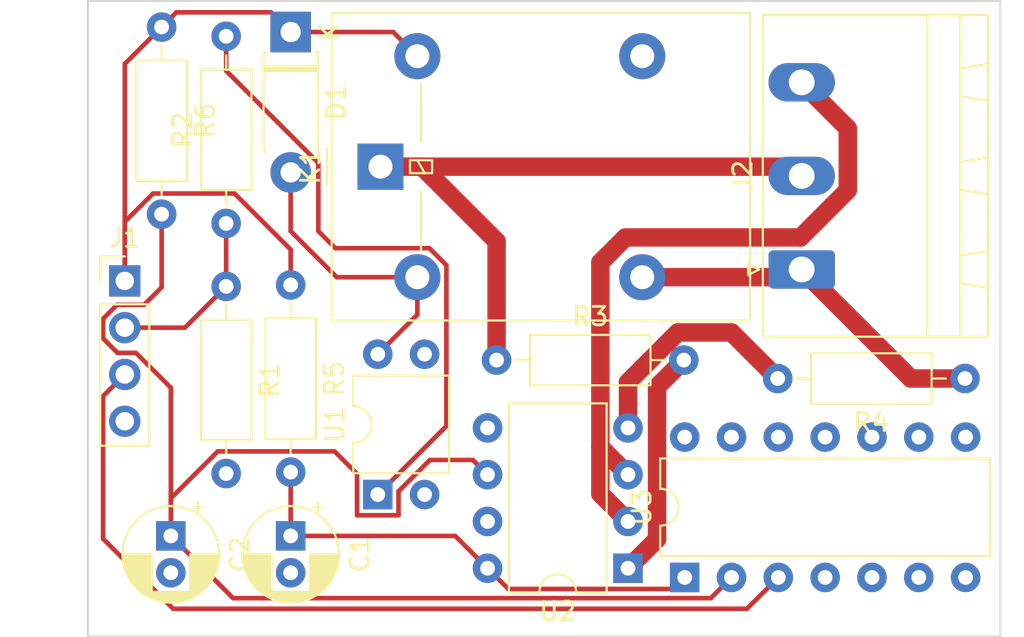
<source format=kicad_pcb>
(kicad_pcb (version 20211014) (generator pcbnew)
  (layers (0 "F.Cu" signal) (31 "B.Cu" signal) (34 "B.Paste" user) (35 "F.Paste" user) (36 "B.SilkS" user "B.Silkscreen") (37 "F.SilkS" user "F.Silkscreen") (38 "B.Mask" user) (39 "F.Mask" user) (44 "Edge.Cuts" user))
  (net 0 "")
  (net 1 "+5V")
  (net 2 "Net-(D1-Pad2)")
  (net 3 "/FOG")
  (net 4 "/READY")
  (net 5 "GND")
  (net 6 "Net-(J2-Pad1)")
  (net 7 "Net-(J2-Pad2)")
  (net 8 "Net-(J2-Pad3)")
  (net 10 "Net-(R2-Pad2)")
  (net 11 "Net-(R3-Pad2)")
  (net 12 "/S1")
  (net 13 "/S2")
  (net 14 "Net-(R4-Pad2)")
  (footprint "Package_DIP:DIP-4_W7.62mm" (layer "F.Cu") (at 114.725 95.3 90)
    (fp_text reference "U1" (at 3.81 -2.33 90) (layer "F.SilkS"))
    (fp_text value "LTV-817")
    (fp_line (start 1.16 3.87) (end 6.46 3.87) (layer "F.SilkS") (width 0.12))
    (fp_line (start 6.46 -1.33) (end 4.81 -1.33) (layer "F.SilkS") (width 0.12))
    (fp_line (start 1.16 -1.33) (end 1.16 3.87) (layer "F.SilkS") (width 0.12))
    (fp_line (start 2.81 -1.33) (end 1.16 -1.33) (layer "F.SilkS") (width 0.12))
    (fp_line (start 6.46 3.87) (end 6.46 -1.33) (layer "F.SilkS") (width 0.12))
    (fp_arc (start 4.81 -1.33) (mid 3.81 -0.33) (end 2.81 -1.33) (layer "F.SilkS") (width 0.12))
    (pad "1" thru_hole rect locked (at 0 0 90) (size 1.6 1.6) (drill 0.8) (layers *.Cu *.Mask) (net 10 "Net-(R2-Pad2)"))
    (pad "2" thru_hole oval locked (at 0 2.54 90) (size 1.6 1.6) (drill 0.8) (layers *.Cu *.Mask) (net 5 "GND"))
    (pad "3" thru_hole oval locked (at 7.62 2.54 90) (size 1.6 1.6) (drill 0.8) (layers *.Cu *.Mask) (net 5 "GND"))
    (pad "4" thru_hole oval locked (at 7.62 0 90) (size 1.6 1.6) (drill 0.8) (layers *.Cu *.Mask) (net 2 "Net-(D1-Pad2)"))
  )
  (footprint "Relay_THT:Relay_SPDT_Omron-G5LE-1" (layer "F.Cu") (at 114.8725 77.5 90)
    (fp_text reference "K1" (at 0 -3.8 90) (layer "F.SilkS"))
    (fp_text value "G5LE-1")
    (fp_line (start -8.35 20.05) (end 8.35 20.05) (layer "F.SilkS") (width 0.12))
    (fp_line (start 8.35 -2.65) (end -8.35 -2.65) (layer "F.SilkS") (width 0.12))
    (fp_line (start -0.35 2.8) (end 0.35 2.8) (layer "F.SilkS") (width 0.12))
    (fp_line (start 0.35 2.8) (end 0.35 1.6) (layer "F.SilkS") (width 0.12))
    (fp_line (start 1.35 2.2) (end 4.5 2.2) (layer "F.SilkS") (width 0.12))
    (fp_line (start -4.5 2.2) (end -1.35 2.2) (layer "F.SilkS") (width 0.12))
    (fp_line (start -0.35 2.4) (end 0.35 2) (layer "F.SilkS") (width 0.12))
    (fp_line (start 0.35 1.6) (end -0.35 1.6) (layer "F.SilkS") (width 0.12))
    (fp_line (start -8.35 -2.65) (end -8.35 20.05) (layer "F.SilkS") (width 0.12))
    (fp_line (start -0.35 1.6) (end -0.35 2.8) (layer "F.SilkS") (width 0.12))
    (fp_line (start -1 -2.91) (end 1 -2.91) (layer "F.SilkS") (width 0.12))
    (fp_line (start 8.35 20.05) (end 8.35 -2.65) (layer "F.SilkS") (width 0.12))
    (pad "1" thru_hole rect locked (at 0 0 90) (size 2.5 2.5) (drill 1.3) (layers *.Cu *.Mask) (net 7 "Net-(J2-Pad2)"))
    (pad "2" thru_hole oval locked (at -6 2 90) (size 2.5 2.5) (drill 1.3) (layers *.Cu *.Mask) (net 2 "Net-(D1-Pad2)"))
    (pad "3" thru_hole oval locked (at -6 14.2 90) (size 2.5 2.5) (drill 1.3) (layers *.Cu *.Mask) (net 6 "Net-(J2-Pad1)"))
    (pad "4" thru_hole oval locked (at 6 14.2 90) (size 2.5 2.5) (drill 1.3) (layers *.Cu *.Mask))
    (pad "5" thru_hole oval locked (at 6 2 90) (size 2.5 2.5) (drill 1.3) (layers *.Cu *.Mask) (net 1 "+5V"))
  )
  (footprint "Connector_Phoenix_MSTB:PhoenixContact_MSTBA_2,5_3-G-5,08_1x03_P5.08mm_Horizontal" (layer "F.Cu") (at 137.7225 83.08 90)
    (fp_text reference "J2" (at 5.08 -3.2 90) (layer "F.SilkS"))
    (fp_text value "Screw_Terminal_01x03")
    (fp_line (start 13.81 6.81) (end 13.81 8.61) (layer "F.SilkS") (width 0.12))
    (fp_line (start 4.33 8.61) (end 4.08 10.11) (layer "F.SilkS") (width 0.12))
    (fp_line (start 0.3 -2.91) (end 0 -2.31) (layer "F.SilkS") (width 0.12))
    (fp_line (start -0.75 8.61) (end -1 10.11) (layer "F.SilkS") (width 0.12))
    (fp_line (start 13.81 10.11) (end 13.81 -2.11) (layer "F.SilkS") (width 0.12))
    (fp_line (start -3.65 10.11) (end 13.81 10.11) (layer "F.SilkS") (width 0.12))
    (fp_line (start 0.75 8.61) (end -0.75 8.61) (layer "F.SilkS") (width 0.12))
    (fp_line (start -3.65 -2.11) (end -3.65 10.11) (layer "F.SilkS") (width 0.12))
    (fp_line (start -1 10.11) (end 1 10.11) (layer "F.SilkS") (width 0.12))
    (fp_line (start 0 -2.31) (end -0.3 -2.91) (layer "F.SilkS") (width 0.12))
    (fp_line (start -3.65 6.81) (end 13.81 6.81) (layer "F.SilkS") (width 0.12))
    (fp_line (start 9.16 10.11) (end 11.16 10.11) (layer "F.SilkS") (width 0.12))
    (fp_line (start 10.91 8.61) (end 9.41 8.61) (layer "F.SilkS") (width 0.12))
    (fp_line (start 6.08 10.11) (end 5.83 8.61) (layer "F.SilkS") (width 0.12))
    (fp_line (start -3.65 8.61) (end -3.65 6.81) (layer "F.SilkS") (width 0.12))
    (fp_line (start 4.08 10.11) (end 6.08 10.11) (layer "F.SilkS") (width 0.12))
    (fp_line (start 1 10.11) (end 0.75 8.61) (layer "F.SilkS") (width 0.12))
    (fp_line (start 13.81 8.61) (end -3.65 8.61) (layer "F.SilkS") (width 0.12))
    (fp_line (start -0.3 -2.91) (end 0.3 -2.91) (layer "F.SilkS") (width 0.12))
    (fp_line (start 9.41 8.61) (end 9.16 10.11) (layer "F.SilkS") (width 0.12))
    (fp_line (start 5.83 8.61) (end 4.33 8.61) (layer "F.SilkS") (width 0.12))
    (fp_line (start 11.16 10.11) (end 10.91 8.61) (layer "F.SilkS") (width 0.12))
    (fp_line (start 13.81 -2.11) (end -3.65 -2.11) (layer "F.SilkS") (width 0.12))
    (pad "1" thru_hole roundrect locked (at 0 0 90) (size 2.08 3.6) (drill 1.4) (layers *.Cu *.Mask) (roundrect_rratio 0.120192) (net 6 "Net-(J2-Pad1)"))
    (pad "2" thru_hole oval locked (at 5.08 0 90) (size 2.08 3.6) (drill 1.4) (layers *.Cu *.Mask) (net 7 "Net-(J2-Pad2)"))
    (pad "3" thru_hole oval locked (at 10.16 0 90) (size 2.08 3.6) (drill 1.4) (layers *.Cu *.Mask) (net 8 "Net-(J2-Pad3)"))
  )
  (footprint "Resistor_THT:R_Axial_DIN0207_L6.3mm_D2.5mm_P10.16mm_Horizontal" (layer "F.Cu") (at 110 83.92 -90)
    (fp_text reference "R5" (at 5.08 -2.37 90) (layer "F.SilkS"))
    (fp_text value "10K")
    (fp_line (start 1.81 -1.37) (end 1.81 1.37) (layer "F.SilkS") (width 0.12))
    (fp_line (start 9.12 0) (end 8.35 0) (layer "F.SilkS") (width 0.12))
    (fp_line (start 1.81 1.37) (end 8.35 1.37) (layer "F.SilkS") (width 0.12))
    (fp_line (start 1.04 0) (end 1.81 0) (layer "F.SilkS") (width 0.12))
    (fp_line (start 8.35 -1.37) (end 1.81 -1.37) (layer "F.SilkS") (width 0.12))
    (fp_line (start 8.35 1.37) (end 8.35 -1.37) (layer "F.SilkS") (width 0.12))
    (pad "1" thru_hole circle locked (at 0 0 270) (size 1.6 1.6) (drill 0.8) (layers *.Cu *.Mask) (net 1 "+5V"))
    (pad "2" thru_hole oval locked (at 10.16 0 270) (size 1.6 1.6) (drill 0.8) (layers *.Cu *.Mask) (net 13 "/S2"))
  )
  (footprint "Package_DIP:DIP-8_W7.62mm" (layer "F.Cu") (at 128.3 99.3 180)
    (fp_text reference "U2" (at 3.81 -2.33) (layer "F.SilkS"))
    (fp_text value "LTV-824")
    (fp_line (start 6.46 8.95) (end 6.46 -1.33) (layer "F.SilkS") (width 0.12))
    (fp_line (start 2.81 -1.33) (end 1.16 -1.33) (layer "F.SilkS") (width 0.12))
    (fp_line (start 1.16 8.95) (end 6.46 8.95) (layer "F.SilkS") (width 0.12))
    (fp_line (start 6.46 -1.33) (end 4.81 -1.33) (layer "F.SilkS") (width 0.12))
    (fp_line (start 1.16 -1.33) (end 1.16 8.95) (layer "F.SilkS") (width 0.12))
    (fp_arc (start 4.81 -1.33) (mid 3.81 -0.33) (end 2.81 -1.33) (layer "F.SilkS") (width 0.12))
    (pad "1" thru_hole rect locked (at 0 0 180) (size 1.6 1.6) (drill 0.8) (layers *.Cu *.Mask) (net 11 "Net-(R3-Pad2)"))
    (pad "2" thru_hole oval locked (at 0 2.54 180) (size 1.6 1.6) (drill 0.8) (layers *.Cu *.Mask) (net 8 "Net-(J2-Pad3)"))
    (pad "3" thru_hole oval locked (at 0 5.08 180) (size 1.6 1.6) (drill 0.8) (layers *.Cu *.Mask) (net 8 "Net-(J2-Pad3)"))
    (pad "4" thru_hole oval locked (at 0 7.62 180) (size 1.6 1.6) (drill 0.8) (layers *.Cu *.Mask) (net 14 "Net-(R4-Pad2)"))
    (pad "5" thru_hole oval locked (at 7.62 7.62 180) (size 1.6 1.6) (drill 0.8) (layers *.Cu *.Mask) (net 5 "GND"))
    (pad "6" thru_hole oval locked (at 7.62 5.08 180) (size 1.6 1.6) (drill 0.8) (layers *.Cu *.Mask) (net 12 "/S1"))
    (pad "7" thru_hole oval locked (at 7.62 2.54 180) (size 1.6 1.6) (drill 0.8) (layers *.Cu *.Mask) (net 5 "GND"))
    (pad "8" thru_hole oval locked (at 7.62 0 180) (size 1.6 1.6) (drill 0.8) (layers *.Cu *.Mask) (net 13 "/S2"))
  )
  (footprint "Resistor_THT:R_Axial_DIN0207_L6.3mm_D2.5mm_P10.16mm_Horizontal" (layer "F.Cu") (at 106.5 80.58 90)
    (fp_text reference "R2" (at 5.08 -2.37 90) (layer "F.SilkS"))
    (fp_text value "200")
    (fp_line (start 1.81 1.37) (end 8.35 1.37) (layer "F.SilkS") (width 0.12))
    (fp_line (start 8.35 1.37) (end 8.35 -1.37) (layer "F.SilkS") (width 0.12))
    (fp_line (start 9.12 0) (end 8.35 0) (layer "F.SilkS") (width 0.12))
    (fp_line (start 1.04 0) (end 1.81 0) (layer "F.SilkS") (width 0.12))
    (fp_line (start 8.35 -1.37) (end 1.81 -1.37) (layer "F.SilkS") (width 0.12))
    (fp_line (start 1.81 -1.37) (end 1.81 1.37) (layer "F.SilkS") (width 0.12))
    (pad "1" thru_hole circle locked (at 0 0 90) (size 1.6 1.6) (drill 0.8) (layers *.Cu *.Mask) (net 3 "/FOG"))
    (pad "2" thru_hole oval locked (at 10.16 0 90) (size 1.6 1.6) (drill 0.8) (layers *.Cu *.Mask) (net 10 "Net-(R2-Pad2)"))
  )
  (footprint "Connector_PinHeader_2.54mm:PinHeader_1x04_P2.54mm_Vertical" (layer "F.Cu") (at 101 83.7)
    (fp_text reference "J1" (at 0 -2.33) (layer "F.SilkS"))
    (fp_text value "Conn_01x04_Male")
    (fp_line (start -1.33 8.95) (end 1.33 8.95) (layer "F.SilkS") (width 0.12))
    (fp_line (start -1.33 0) (end -1.33 -1.33) (layer "F.SilkS") (width 0.12))
    (fp_line (start -1.33 -1.33) (end 0 -1.33) (layer "F.SilkS") (width 0.12))
    (fp_line (start -1.33 1.27) (end -1.33 8.95) (layer "F.SilkS") (width 0.12))
    (fp_line (start 1.33 1.27) (end 1.33 8.95) (layer "F.SilkS") (width 0.12))
    (fp_line (start -1.33 1.27) (end 1.33 1.27) (layer "F.SilkS") (width 0.12))
    (pad "1" thru_hole rect locked (at 0 0) (size 1.7 1.7) (drill 1) (layers *.Cu *.Mask) (net 1 "+5V"))
    (pad "2" thru_hole oval locked (at 0 2.54) (size 1.7 1.7) (drill 1) (layers *.Cu *.Mask) (net 3 "/FOG"))
    (pad "3" thru_hole oval locked (at 0 5.08) (size 1.7 1.7) (drill 1) (layers *.Cu *.Mask) (net 4 "/READY"))
    (pad "4" thru_hole oval locked (at 0 7.62) (size 1.7 1.7) (drill 1) (layers *.Cu *.Mask) (net 5 "GND"))
  )
  (footprint "Package_DIP:DIP-14_W7.62mm" (layer "F.Cu") (at 131.375 99.8 90)
    (fp_text reference "U3" (at 3.81 -2.33 90) (layer "F.SilkS"))
    (fp_text value "74HC86")
    (fp_line (start 6.46 16.57) (end 6.46 -1.33) (layer "F.SilkS") (width 0.12))
    (fp_line (start 2.81 -1.33) (end 1.16 -1.33) (layer "F.SilkS") (width 0.12))
    (fp_line (start 6.46 -1.33) (end 4.81 -1.33) (layer "F.SilkS") (width 0.12))
    (fp_line (start 1.16 -1.33) (end 1.16 16.57) (layer "F.SilkS") (width 0.12))
    (fp_line (start 1.16 16.57) (end 6.46 16.57) (layer "F.SilkS") (width 0.12))
    (fp_arc (start 4.81 -1.33) (mid 3.81 -0.33) (end 2.81 -1.33) (layer "F.SilkS") (width 0.12))
    (pad "1" thru_hole rect locked (at 0 0 90) (size 1.6 1.6) (drill 0.8) (layers *.Cu *.Mask) (net 13 "/S2"))
    (pad "2" thru_hole oval locked (at 0 2.54 90) (size 1.6 1.6) (drill 0.8) (layers *.Cu *.Mask) (net 12 "/S1"))
    (pad "3" thru_hole oval locked (at 0 5.08 90) (size 1.6 1.6) (drill 0.8) (layers *.Cu *.Mask) (net 4 "/READY"))
    (pad "4" thru_hole oval locked (at 0 7.62 90) (size 1.6 1.6) (drill 0.8) (layers *.Cu *.Mask))
    (pad "5" thru_hole oval locked (at 0 10.16 90) (size 1.6 1.6) (drill 0.8) (layers *.Cu *.Mask))
    (pad "6" thru_hole oval locked (at 0 12.7 90) (size 1.6 1.6) (drill 0.8) (layers *.Cu *.Mask))
    (pad "7" thru_hole oval locked (at 0 15.24 90) (size 1.6 1.6) (drill 0.8) (layers *.Cu *.Mask))
    (pad "8" thru_hole oval locked (at 7.62 15.24 90) (size 1.6 1.6) (drill 0.8) (layers *.Cu *.Mask))
    (pad "9" thru_hole oval locked (at 7.62 12.7 90) (size 1.6 1.6) (drill 0.8) (layers *.Cu *.Mask))
    (pad "10" thru_hole oval locked (at 7.62 10.16 90) (size 1.6 1.6) (drill 0.8) (layers *.Cu *.Mask))
    (pad "11" thru_hole oval locked (at 7.62 7.62 90) (size 1.6 1.6) (drill 0.8) (layers *.Cu *.Mask))
    (pad "12" thru_hole oval locked (at 7.62 5.08 90) (size 1.6 1.6) (drill 0.8) (layers *.Cu *.Mask))
    (pad "13" thru_hole oval locked (at 7.62 2.54 90) (size 1.6 1.6) (drill 0.8) (layers *.Cu *.Mask))
    (pad "14" thru_hole oval locked (at 7.62 0 90) (size 1.6 1.6) (drill 0.8) (layers *.Cu *.Mask))
  )
  (footprint "Diode_THT:D_DO-41_SOD81_P7.62mm_Horizontal" (layer "F.Cu") (at 110 70.19 -90)
    (fp_text reference "D1" (at 3.81 -2.47 90) (layer "F.SilkS"))
    (fp_text value "1N4001")
    (fp_text user "K" (at 0 -2.1 90) (layer "F.SilkS"))
    (fp_line (start 2.11 -1.47) (end 2.11 1.47) (layer "F.SilkS") (width 0.12))
    (fp_line (start 1.87 -1.47) (end 1.87 1.47) (layer "F.SilkS") (width 0.12))
    (fp_line (start 6.53 -1.47) (end 6.53 -1.34) (layer "F.SilkS") (width 0.12))
    (fp_line (start 6.53 1.47) (end 6.53 1.34) (layer "F.SilkS") (width 0.12))
    (fp_line (start 1.09 1.47) (end 6.53 1.47) (layer "F.SilkS") (width 0.12))
    (fp_line (start 1.09 -1.34) (end 1.09 -1.47) (layer "F.SilkS") (width 0.12))
    (fp_line (start 1.09 -1.47) (end 6.53 -1.47) (layer "F.SilkS") (width 0.12))
    (fp_line (start 1.09 1.34) (end 1.09 1.47) (layer "F.SilkS") (width 0.12))
    (fp_line (start 1.99 -1.47) (end 1.99 1.47) (layer "F.SilkS") (width 0.12))
    (pad "1" thru_hole rect locked (at 0 0 270) (size 2.2 2.2) (drill 1.1) (layers *.Cu *.Mask) (net 1 "+5V"))
    (pad "2" thru_hole oval locked (at 7.62 0 270) (size 2.2 2.2) (drill 1.1) (layers *.Cu *.Mask) (net 2 "Net-(D1-Pad2)"))
  )
  (footprint "Resistor_THT:R_Axial_DIN0207_L6.3mm_D2.5mm_P10.16mm_Horizontal" (layer "F.Cu") (at 103 69.92 -90)
    (fp_text reference "R6" (at 5.08 -2.37 90) (layer "F.SilkS"))
    (fp_text value "10K")
    (fp_line (start 8.35 -1.37) (end 1.81 -1.37) (layer "F.SilkS") (width 0.12))
    (fp_line (start 8.35 1.37) (end 8.35 -1.37) (layer "F.SilkS") (width 0.12))
    (fp_line (start 9.12 0) (end 8.35 0) (layer "F.SilkS") (width 0.12))
    (fp_line (start 1.81 -1.37) (end 1.81 1.37) (layer "F.SilkS") (width 0.12))
    (fp_line (start 1.04 0) (end 1.81 0) (layer "F.SilkS") (width 0.12))
    (fp_line (start 1.81 1.37) (end 8.35 1.37) (layer "F.SilkS") (width 0.12))
    (pad "1" thru_hole circle locked (at 0 0 270) (size 1.6 1.6) (drill 0.8) (layers *.Cu *.Mask) (net 1 "+5V"))
    (pad "2" thru_hole oval locked (at 10.16 0 270) (size 1.6 1.6) (drill 0.8) (layers *.Cu *.Mask) (net 12 "/S1"))
  )
  (footprint "Capacitor_THT:CP_Radial_D5.0mm_P2.00mm" (layer "F.Cu") (at 103.5 97.544888 -90)
    (fp_text reference "C2" (at 1 -3.75 90) (layer "F.SilkS"))
    (fp_text value "1uF")
    (fp_line (start 1.24 1.04) (end 1.24 2.569) (layer "F.SilkS") (width 0.12))
    (fp_line (start 3.601 -0.284) (end 3.601 0.284) (layer "F.SilkS") (width 0.12))
    (fp_line (start 1.801 1.04) (end 1.801 2.455) (layer "F.SilkS") (width 0.12))
    (fp_line (start 2.481 1.04) (end 2.481 2.122) (layer "F.SilkS") (width 0.12))
    (fp_line (start 2.961 1.04) (end 2.961 1.699) (layer "F.SilkS") (width 0.12))
    (fp_line (start 2.561 1.04) (end 2.561 2.065) (layer "F.SilkS") (width 0.12))
    (fp_line (start 3.361 -1.098) (end 3.361 1.098) (layer "F.SilkS") (width 0.12))
    (fp_line (start 2.281 -2.247) (end 2.281 -1.04) (layer "F.SilkS") (width 0.12))
    (fp_line (start 2.281 1.04) (end 2.281 2.247) (layer "F.SilkS") (width 0.12))
    (fp_line (start -1.804775 -1.475) (end -1.304775 -1.475) (layer "F.SilkS") (width 0.12))
    (fp_line (start 1.841 1.04) (end 1.841 2.442) (layer "F.SilkS") (width 0.12))
    (fp_line (start 2.521 -2.095) (end 2.521 -1.04) (layer "F.SilkS") (width 0.12))
    (fp_line (start 2.761 -1.901) (end 2.761 -1.04) (layer "F.SilkS") (width 0.12))
    (fp_line (start 2.521 1.04) (end 2.521 2.095) (layer "F.SilkS") (width 0.12))
    (fp_line (start 1.52 -2.528) (end 1.52 -1.04) (layer "F.SilkS") (width 0.12))
    (fp_line (start 1.12 -2.578) (end 1.12 -1.04) (layer "F.SilkS") (width 0.12))
    (fp_line (start 3.161 -1.443) (end 3.161 1.443) (layer "F.SilkS") (width 0.12))
    (fp_line (start 1.6 1.04) (end 1.6 2.511) (layer "F.SilkS") (width 0.12))
    (fp_line (start 1.6 -2.511) (end 1.6 -1.04) (layer "F.SilkS") (width 0.12))
    (fp_line (start 1.44 1.04) (end 1.44 2.543) (layer "F.SilkS") (width 0.12))
    (fp_line (start 2.681 -1.971) (end 2.681 -1.04) (layer "F.SilkS") (width 0.12))
    (fp_line (start 3.241 -1.319) (end 3.241 1.319) (layer "F.SilkS") (width 0.12))
    (fp_line (start 3.041 -1.605) (end 3.041 1.605) (layer "F.SilkS") (width 0.12))
    (fp_line (start 3.201 -1.383) (end 3.201 1.383) (layer "F.SilkS") (width 0.12))
    (fp_line (start 2.161 -2.31) (end 2.161 -1.04) (layer "F.SilkS") (width 0.12))
    (fp_line (start 3.081 -1.554) (end 3.081 1.554) (layer "F.SilkS") (width 0.12))
    (fp_line (start 3.001 -1.653) (end 3.001 -1.04) (layer "F.SilkS") (width 0.12))
    (fp_line (start 2.201 -2.29) (end 2.201 -1.04) (layer "F.SilkS") (width 0.12))
    (fp_line (start 1.761 1.04) (end 1.761 2.468) (layer "F.SilkS") (width 0.12))
    (fp_line (start 1.56 1.04) (end 1.56 2.52) (layer "F.SilkS") (width 0.12))
    (fp_line (start 1.52 1.04) (end 1.52 2.528) (layer "F.SilkS") (width 0.12))
    (fp_line (start 1.16 1.04) (end 1.16 2.576) (layer "F.SilkS") (width 0.12))
    (fp_line (start 1.36 -2.556) (end 1.36 -1.04) (layer "F.SilkS") (width 0.12))
    (fp_line (start 2.401 -2.175) (end 2.401 -1.04) (layer "F.SilkS") (width 0.12))
    (fp_line (start 1.4 -2.55) (end 1.4 -1.04) (layer "F.SilkS") (width 0.12))
    (fp_line (start 1.761 -2.468) (end 1.761 -1.04) (layer "F.SilkS") (width 0.12))
    (fp_line (start 2.001 -2.382) (end 2.001 -1.04) (layer "F.SilkS") (width 0.12))
    (fp_line (start 3.401 -1.011) (end 3.401 1.011) (layer "F.SilkS") (width 0.12))
    (fp_line (start 1.921 -2.414) (end 1.921 -1.04) (layer "F.SilkS") (width 0.12))
    (fp_line (start 2.641 -2.004) (end 2.641 -1.04) (layer "F.SilkS") (width 0.12))
    (fp_line (start 1.08 1.04) (end 1.08 2.579) (layer "F.SilkS") (width 0.12))
    (fp_line (start 1.04 -2.58) (end 1.04 -1.04) (layer "F.SilkS") (width 0.12))
    (fp_line (start 2.841 1.04) (end 2.841 1.826) (layer "F.SilkS") (width 0.12))
    (fp_line (start 1.16 -2.576) (end 1.16 -1.04) (layer "F.SilkS") (width 0.12))
    (fp_line (start 1.24 -2.569) (end 1.24 -1.04) (layer "F.SilkS") (width 0.12))
    (fp_line (start 2.241 -2.268) (end 2.241 -1.04) (layer "F.SilkS") (width 0.12))
    (fp_line (start 1.64 1.04) (end 1.64 2.501) (layer "F.SilkS") (width 0.12))
    (fp_line (start 1.44 -2.543) (end 1.44 -1.04) (layer "F.SilkS") (width 0.12))
    (fp_line (start 1.28 1.04) (end 1.28 2.565) (layer "F.SilkS") (width 0.12))
    (fp_line (start 2.601 1.04) (end 2.601 2.035) (layer "F.SilkS") (width 0.12))
    (fp_line (start 1.28 -2.565) (end 1.28 -1.04) (layer "F.SilkS") (width 0.12))
    (fp_line (start 2.961 -1.699) (end 2.961 -1.04) (layer "F.SilkS") (width 0.12))
    (fp_line (start 2.081 1.04) (end 2.081 2.348) (layer "F.SilkS") (width 0.12))
    (fp_line (start 1.56 -2.52) (end 1.56 -1.04) (layer "F.SilkS") (width 0.12))
    (fp_line (start 2.921 1.04) (end 2.921 1.743) (layer "F.SilkS") (width 0.12))
    (fp_line (start 1.881 1.04) (end 1.881 2.428) (layer "F.SilkS") (width 0.12))
    (fp_line (start 2.801 -1.864) (end 2.801 -1.04) (layer "F.SilkS") (width 0.12))
    (fp_line (start 3.121 -1.5) (end 3.121 1.5) (layer "F.SilkS") (width 0.12))
    (fp_line (start 2.641 1.04) (end 2.641 2.004) (layer "F.SilkS") (width 0.12))
    (fp_line (start 1.721 -2.48) (end 1.721 -1.04) (layer "F.SilkS") (width 0.12))
    (fp_line (start 1.801 -2.455) (end 1.801 -1.04) (layer "F.SilkS") (width 0.12))
    (fp_line (start 1.2 -2.573) (end 1.2 -1.04) (layer "F.SilkS") (width 0.12))
    (fp_line (start 3.441 -0.915) (end 3.441 0.915) (layer "F.SilkS") (width 0.12))
    (fp_line (start 2.481 -2.122) (end 2.481 -1.04) (layer "F.SilkS") (width 0.12))
    (fp_line (start 2.721 1.04) (end 2.721 1.937) (layer "F.SilkS") (width 0.12))
    (fp_line (start 3.001 1.04) (end 3.001 1.653) (layer "F.SilkS") (width 0.12))
    (fp_line (start 2.801 1.04) (end 2.801 1.864) (layer "F.SilkS") (width 0.12))
    (fp_line (start 1.08 -2.579) (end 1.08 -1.04) (layer "F.SilkS") (width 0.12))
    (fp_line (start 3.481 -0.805) (end 3.481 0.805) (layer "F.SilkS") (width 0.12))
    (fp_line (start 1.68 -2.491) (end 1.68 -1.04) (layer "F.SilkS") (width 0.12))
    (fp_line (start 1 1.04) (end 1 2.58) (layer "F.SilkS") (width 0.12))
    (fp_line (start 2.041 -2.365) (end 2.041 -1.04) (layer "F.SilkS") (width 0.12))
    (fp_line (start 2.161 1.04) (end 2.161 2.31) (layer "F.SilkS") (width 0.12))
    (fp_line (start 2.681 1.04) (end 2.681 1.971) (layer "F.SilkS") (width 0.12))
    (fp_line (start 2.321 -2.224) (end 2.321 -1.04) (layer "F.SilkS") (width 0.12))
    (fp_line (start 3.321 -1.178) (end 3.321 1.178) (layer "F.SilkS") (width 0.12))
    (fp_line (start 2.441 1.04) (end 2.441 2.149) (layer "F.SilkS") (width 0.12))
    (fp_line (start 2.921 -1.743) (end 2.921 -1.04) (layer "F.SilkS") (width 0.12))
    (fp_line (start 1.881 -2.428) (end 1.881 -1.04) (layer "F.SilkS") (width 0.12))
    (fp_line (start 1.32 1.04) (end 1.32 2.561) (layer "F.SilkS") (width 0.12))
    (fp_line (start 2.201 1.04) (end 2.201 2.29) (layer "F.SilkS") (width 0.12))
    (fp_line (start 1.721 1.04) (end 1.721 2.48) (layer "F.SilkS") (width 0.12))
    (fp_line (start 3.521 -0.677) (end 3.521 0.677) (layer "F.SilkS") (width 0.12))
    (fp_line (start 1.12 1.04) (end 1.12 2.578) (layer "F.SilkS") (width 0.12))
    (fp_line (start 1.04 1.04) (end 1.04 2.58) (layer "F.SilkS") (width 0.12))
    (fp_line (start 1.32 -2.561) (end 1.32 -1.04) (layer "F.SilkS") (width 0.12))
    (fp_line (start 2.841 -1.826) (end 2.841 -1.04) (layer "F.SilkS") (width 0.12))
    (fp_line (start 2.401 1.04) (end 2.401 2.175) (layer "F.SilkS") (width 0.12))
    (fp_line (start 2.721 -1.937) (end 2.721 -1.04) (layer "F.SilkS") (width 0.12))
    (fp_line (start 2.121 -2.329) (end 2.121 -1.04) (layer "F.SilkS") (width 0.12))
    (fp_line (start 3.281 -1.251) (end 3.281 1.251) (layer "F.SilkS") (width 0.12))
    (fp_line (start 2.361 1.04) (end 2.361 2.2) (layer "F.SilkS") (width 0.12))
    (fp_line (start 1.64 -2.501) (end 1.64 -1.04) (layer "F.SilkS") (width 0.12))
    (fp_line (start 2.441 -2.149) (end 2.441 -1.04) (layer "F.SilkS") (width 0.12))
    (fp_line (start -1.554775 -1.725) (end -1.554775 -1.225) (layer "F.SilkS") (width 0.12))
    (fp_line (start 1.2 1.04) (end 1.2 2.573) (layer "F.SilkS") (width 0.12))
    (fp_line (start 1.4 1.04) (end 1.4 2.55) (layer "F.SilkS") (width 0.12))
    (fp_line (start 1.36 1.04) (end 1.36 2.556) (layer "F.SilkS") (width 0.12))
    (fp_line (start 2.121 1.04) (end 2.121 2.329) (layer "F.SilkS") (width 0.12))
    (fp_line (start 2.321 1.04) (end 2.321 2.224) (layer "F.SilkS") (width 0.12))
    (fp_line (start 2.881 -1.785) (end 2.881 -1.04) (layer "F.SilkS") (width 0.12))
    (fp_line (start 2.601 -2.035) (end 2.601 -1.04) (layer "F.SilkS") (width 0.12))
    (fp_line (start 2.561 -2.065) (end 2.561 -1.04) (layer "F.SilkS") (width 0.12))
    (fp_line (start 2.881 1.04) (end 2.881 1.785) (layer "F.SilkS") (width 0.12))
    (fp_line (start 2.081 -2.348) (end 2.081 -1.04) (layer "F.SilkS") (width 0.12))
    (fp_line (start 2.241 1.04) (end 2.241 2.268) (layer "F.SilkS") (width 0.12))
    (fp_line (start 1.961 1.04) (end 1.961 2.398) (layer "F.SilkS") (width 0.12))
    (fp_line (start 1.921 1.04) (end 1.921 2.414) (layer "F.SilkS") (width 0.12))
    (fp_line (start 1 -2.58) (end 1 -1.04) (layer "F.SilkS") (width 0.12))
    (fp_line (start 1.841 -2.442) (end 1.841 -1.04) (layer "F.SilkS") (width 0.12))
    (fp_line (start 1.961 -2.398) (end 1.961 -1.04) (layer "F.SilkS") (width 0.12))
    (fp_line (start 1.48 1.04) (end 1.48 2.536) (layer "F.SilkS") (width 0.12))
    (fp_line (start 2.361 -2.2) (end 2.361 -1.04) (layer "F.SilkS") (width 0.12))
    (fp_line (start 1.68 1.04) (end 1.68 2.491) (layer "F.SilkS") (width 0.12))
    (fp_line (start 2.001 1.04) (end 2.001 2.382) (layer "F.SilkS") (width 0.12))
    (fp_line (start 3.561 -0.518) (end 3.561 0.518) (layer "F.SilkS") (width 0.12))
    (fp_line (start 1.48 -2.536) (end 1.48 -1.04) (layer "F.SilkS") (width 0.12))
    (fp_line (start 2.041 1.04) (end 2.041 2.365) (layer "F.SilkS") (width 0.12))
    (fp_line (start 2.761 1.04) (end 2.761 1.901) (layer "F.SilkS") (width 0.12))
    (fp_circle (center 1 0) (end 3.62 0) (layer "F.SilkS") (width 0.12) (fill none))
    (pad "1" thru_hole rect locked (at 0 0 270) (size 1.6 1.6) (drill 0.8) (layers *.Cu *.Mask) (net 12 "/S1"))
    (pad "2" thru_hole circle locked (at 2 0 270) (size 1.6 1.6) (drill 0.8) (layers *.Cu *.Mask) (net 5 "GND"))
  )
  (footprint "Resistor_THT:R_Axial_DIN0207_L6.3mm_D2.5mm_P10.16mm_Horizontal" (layer "F.Cu") (at 121.17 88)
    (fp_text reference "R3" (at 5.08 -2.37) (layer "F.SilkS"))
    (fp_text value "6K2")
    (fp_line (start 1.81 -1.37) (end 1.81 1.37) (layer "F.SilkS") (width 0.12))
    (fp_line (start 1.04 0) (end 1.81 0) (layer "F.SilkS") (width 0.12))
    (fp_line (start 8.35 -1.37) (end 1.81 -1.37) (layer "F.SilkS") (width 0.12))
    (fp_line (start 8.35 1.37) (end 8.35 -1.37) (layer "F.SilkS") (width 0.12))
    (fp_line (start 1.81 1.37) (end 8.35 1.37) (layer "F.SilkS") (width 0.12))
    (fp_line (start 9.12 0) (end 8.35 0) (layer "F.SilkS") (width 0.12))
    (pad "1" thru_hole circle locked (at 0 0) (size 1.6 1.6) (drill 0.8) (layers *.Cu *.Mask) (net 7 "Net-(J2-Pad2)"))
    (pad "2" thru_hole oval locked (at 10.16 0) (size 1.6 1.6) (drill 0.8) (layers *.Cu *.Mask) (net 11 "Net-(R3-Pad2)"))
  )
  (footprint "Resistor_THT:R_Axial_DIN0207_L6.3mm_D2.5mm_P10.16mm_Horizontal" (layer "F.Cu") (at 146.58 89 180)
    (fp_text reference "R4" (at 5.08 -2.37 180) (layer "F.SilkS"))
    (fp_text value "6K2")
    (fp_line (start 1.04 0) (end 1.81 0) (layer "F.SilkS") (width 0.12))
    (fp_line (start 1.81 1.37) (end 8.35 1.37) (layer "F.SilkS") (width 0.12))
    (fp_line (start 8.35 -1.37) (end 1.81 -1.37) (layer "F.SilkS") (width 0.12))
    (fp_line (start 8.35 1.37) (end 8.35 -1.37) (layer "F.SilkS") (width 0.12))
    (fp_line (start 9.12 0) (end 8.35 0) (layer "F.SilkS") (width 0.12))
    (fp_line (start 1.81 -1.37) (end 1.81 1.37) (layer "F.SilkS") (width 0.12))
    (pad "1" thru_hole circle locked (at 0 0 180) (size 1.6 1.6) (drill 0.8) (layers *.Cu *.Mask) (net 6 "Net-(J2-Pad1)"))
    (pad "2" thru_hole oval locked (at 10.16 0 180) (size 1.6 1.6) (drill 0.8) (layers *.Cu *.Mask) (net 14 "Net-(R4-Pad2)"))
  )
  (footprint "Capacitor_THT:CP_Radial_D5.0mm_P2.00mm" (layer "F.Cu") (at 110 97.544888 -90)
    (fp_text reference "C1" (at 1 -3.75 90) (layer "F.SilkS"))
    (fp_text value "1uF")
    (fp_line (start 2.401 -2.175) (end 2.401 -1.04) (layer "F.SilkS") (width 0.12))
    (fp_line (start 1.44 -2.543) (end 1.44 -1.04) (layer "F.SilkS") (width 0.12))
    (fp_line (start 1.28 1.04) (end 1.28 2.565) (layer "F.SilkS") (width 0.12))
    (fp_line (start 2.201 -2.29) (end 2.201 -1.04) (layer "F.SilkS") (width 0.12))
    (fp_line (start 2.841 1.04) (end 2.841 1.826) (layer "F.SilkS") (width 0.12))
    (fp_line (start 3.281 -1.251) (end 3.281 1.251) (layer "F.SilkS") (width 0.12))
    (fp_line (start 3.201 -1.383) (end 3.201 1.383) (layer "F.SilkS") (width 0.12))
    (fp_line (start 2.521 1.04) (end 2.521 2.095) (layer "F.SilkS") (width 0.12))
    (fp_line (start 1.761 1.04) (end 1.761 2.468) (layer "F.SilkS") (width 0.12))
    (fp_line (start 2.321 -2.224) (end 2.321 -1.04) (layer "F.SilkS") (width 0.12))
    (fp_line (start -1.804775 -1.475) (end -1.304775 -1.475) (layer "F.SilkS") (width 0.12))
    (fp_line (start 2.801 -1.864) (end 2.801 -1.04) (layer "F.SilkS") (width 0.12))
    (fp_line (start 1.841 1.04) (end 1.841 2.442) (layer "F.SilkS") (width 0.12))
    (fp_line (start 3.401 -1.011) (end 3.401 1.011) (layer "F.SilkS") (width 0.12))
    (fp_line (start 3.481 -0.805) (end 3.481 0.805) (layer "F.SilkS") (width 0.12))
    (fp_line (start 2.641 1.04) (end 2.641 2.004) (layer "F.SilkS") (width 0.12))
    (fp_line (start 2.161 -2.31) (end 2.161 -1.04) (layer "F.SilkS") (width 0.12))
    (fp_line (start 2.881 -1.785) (end 2.881 -1.04) (layer "F.SilkS") (width 0.12))
    (fp_line (start 2.961 -1.699) (end 2.961 -1.04) (layer "F.SilkS") (width 0.12))
    (fp_line (start 3.521 -0.677) (end 3.521 0.677) (layer "F.SilkS") (width 0.12))
    (fp_line (start 1.921 -2.414) (end 1.921 -1.04) (layer "F.SilkS") (width 0.12))
    (fp_line (start 2.321 1.04) (end 2.321 2.224) (layer "F.SilkS") (width 0.12))
    (fp_line (start 2.961 1.04) (end 2.961 1.699) (layer "F.SilkS") (width 0.12))
    (fp_line (start 2.401 1.04) (end 2.401 2.175) (layer "F.SilkS") (width 0.12))
    (fp_line (start 3.081 -1.554) (end 3.081 1.554) (layer "F.SilkS") (width 0.12))
    (fp_line (start 1.12 -2.578) (end 1.12 -1.04) (layer "F.SilkS") (width 0.12))
    (fp_line (start 1.4 -2.55) (end 1.4 -1.04) (layer "F.SilkS") (width 0.12))
    (fp_line (start 2.641 -2.004) (end 2.641 -1.04) (layer "F.SilkS") (width 0.12))
    (fp_line (start 1.52 1.04) (end 1.52 2.528) (layer "F.SilkS") (width 0.12))
    (fp_line (start 1.2 -2.573) (end 1.2 -1.04) (layer "F.SilkS") (width 0.12))
    (fp_line (start 3.161 -1.443) (end 3.161 1.443) (layer "F.SilkS") (width 0.12))
    (fp_line (start 1.961 -2.398) (end 1.961 -1.04) (layer "F.SilkS") (width 0.12))
    (fp_line (start 2.681 -1.971) (end 2.681 -1.04) (layer "F.SilkS") (width 0.12))
    (fp_line (start 1.56 -2.52) (end 1.56 -1.04) (layer "F.SilkS") (width 0.12))
    (fp_line (start 2.681 1.04) (end 2.681 1.971) (layer "F.SilkS") (width 0.12))
    (fp_line (start 1.04 1.04) (end 1.04 2.58) (layer "F.SilkS") (width 0.12))
    (fp_line (start 2.761 -1.901) (end 2.761 -1.04) (layer "F.SilkS") (width 0.12))
    (fp_line (start 1.881 1.04) (end 1.881 2.428) (layer "F.SilkS") (width 0.12))
    (fp_line (start 1.44 1.04) (end 1.44 2.543) (layer "F.SilkS") (width 0.12))
    (fp_line (start 2.281 1.04) (end 2.281 2.247) (layer "F.SilkS") (width 0.12))
    (fp_line (start 2.241 1.04) (end 2.241 2.268) (layer "F.SilkS") (width 0.12))
    (fp_line (start 2.041 -2.365) (end 2.041 -1.04) (layer "F.SilkS") (width 0.12))
    (fp_line (start 1.16 -2.576) (end 1.16 -1.04) (layer "F.SilkS") (width 0.12))
    (fp_line (start 1.04 -2.58) (end 1.04 -1.04) (layer "F.SilkS") (width 0.12))
    (fp_line (start 2.241 -2.268) (end 2.241 -1.04) (layer "F.SilkS") (width 0.12))
    (fp_line (start 3.041 -1.605) (end 3.041 1.605) (layer "F.SilkS") (width 0.12))
    (fp_line (start 2.921 -1.743) (end 2.921 -1.04) (layer "F.SilkS") (width 0.12))
    (fp_line (start 3.321 -1.178) (end 3.321 1.178) (layer "F.SilkS") (width 0.12))
    (fp_line (start 1.32 1.04) (end 1.32 2.561) (layer "F.SilkS") (width 0.12))
    (fp_line (start 2.361 1.04) (end 2.361 2.2) (layer "F.SilkS") (width 0.12))
    (fp_line (start 2.441 -2.149) (end 2.441 -1.04) (layer "F.SilkS") (width 0.12))
    (fp_line (start 1.881 -2.428) (end 1.881 -1.04) (layer "F.SilkS") (width 0.12))
    (fp_line (start 2.361 -2.2) (end 2.361 -1.04) (layer "F.SilkS") (width 0.12))
    (fp_line (start 1 -2.58) (end 1 -1.04) (layer "F.SilkS") (width 0.12))
    (fp_line (start 1.08 1.04) (end 1.08 2.579) (layer "F.SilkS") (width 0.12))
    (fp_line (start 1.64 1.04) (end 1.64 2.501) (layer "F.SilkS") (width 0.12))
    (fp_line (start 2.281 -2.247) (end 2.281 -1.04) (layer "F.SilkS") (width 0.12))
    (fp_line (start 1.921 1.04) (end 1.921 2.414) (layer "F.SilkS") (width 0.12))
    (fp_line (start 1.48 -2.536) (end 1.48 -1.04) (layer "F.SilkS") (width 0.12))
    (fp_line (start 1.801 -2.455) (end 1.801 -1.04) (layer "F.SilkS") (width 0.12))
    (fp_line (start 1.2 1.04) (end 1.2 2.573) (layer "F.SilkS") (width 0.12))
    (fp_line (start 3.561 -0.518) (end 3.561 0.518) (layer "F.SilkS") (width 0.12))
    (fp_line (start 3.121 -1.5) (end 3.121 1.5) (layer "F.SilkS") (width 0.12))
    (fp_line (start 1.16 1.04) (end 1.16 2.576) (layer "F.SilkS") (width 0.12))
    (fp_line (start 2.761 1.04) (end 2.761 1.901) (layer "F.SilkS") (width 0.12))
    (fp_line (start 2.081 1.04) (end 2.081 2.348) (layer "F.SilkS") (width 0.12))
    (fp_line (start 2.881 1.04) (end 2.881 1.785) (layer "F.SilkS") (width 0.12))
    (fp_line (start 1.68 -2.491) (end 1.68 -1.04) (layer "F.SilkS") (width 0.12))
    (fp_line (start 1.4 1.04) (end 1.4 2.55) (layer "F.SilkS") (width 0.12))
    (fp_line (start 2.201 1.04) (end 2.201 2.29) (layer "F.SilkS") (width 0.12))
    (fp_line (start 1.24 -2.569) (end 1.24 -1.04) (layer "F.SilkS") (width 0.12))
    (fp_line (start 2.481 1.04) (end 2.481 2.122) (layer "F.SilkS") (width 0.12))
    (fp_line (start 3.001 1.04) (end 3.001 1.653) (layer "F.SilkS") (width 0.12))
    (fp_line (start 1.68 1.04) (end 1.68 2.491) (layer "F.SilkS") (width 0.12))
    (fp_line (start 1.12 1.04) (end 1.12 2.578) (layer "F.SilkS") (width 0.12))
    (fp_line (start 2.561 -2.065) (end 2.561 -1.04) (layer "F.SilkS") (width 0.12))
    (fp_line (start 3.361 -1.098) (end 3.361 1.098) (layer "F.SilkS") (width 0.12))
    (fp_line (start 2.161 1.04) (end 2.161 2.31) (layer "F.SilkS") (width 0.12))
    (fp_line (start 1 1.04) (end 1 2.58) (layer "F.SilkS") (width 0.12))
    (fp_line (start 2.601 -2.035) (end 2.601 -1.04) (layer "F.SilkS") (width 0.12))
    (fp_line (start 1.48 1.04) (end 1.48 2.536) (layer "F.SilkS") (width 0.12))
    (fp_line (start 2.441 1.04) (end 2.441 2.149) (layer "F.SilkS") (width 0.12))
    (fp_line (start 2.721 1.04) (end 2.721 1.937) (layer "F.SilkS") (width 0.12))
    (fp_line (start 2.561 1.04) (end 2.561 2.065) (layer "F.SilkS") (width 0.12))
    (fp_line (start 2.001 1.04) (end 2.001 2.382) (layer "F.SilkS") (width 0.12))
    (fp_line (start 1.721 -2.48) (end 1.721 -1.04) (layer "F.SilkS") (width 0.12))
    (fp_line (start 1.761 -2.468) (end 1.761 -1.04) (layer "F.SilkS") (width 0.12))
    (fp_line (start 1.36 1.04) (end 1.36 2.556) (layer "F.SilkS") (width 0.12))
    (fp_line (start 1.32 -2.561) (end 1.32 -1.04) (layer "F.SilkS") (width 0.12))
    (fp_line (start 2.041 1.04) (end 2.041 2.365) (layer "F.SilkS") (width 0.12))
    (fp_line (start 2.081 -2.348) (end 2.081 -1.04) (layer "F.SilkS") (width 0.12))
    (fp_line (start 2.481 -2.122) (end 2.481 -1.04) (layer "F.SilkS") (width 0.12))
    (fp_line (start 3.601 -0.284) (end 3.601 0.284) (layer "F.SilkS") (width 0.12))
    (fp_line (start 2.921 1.04) (end 2.921 1.743) (layer "F.SilkS") (width 0.12))
    (fp_line (start 2.721 -1.937) (end 2.721 -1.04) (layer "F.SilkS") (width 0.12))
    (fp_line (start 1.961 1.04) (end 1.961 2.398) (layer "F.SilkS") (width 0.12))
    (fp_line (start 1.36 -2.556) (end 1.36 -1.04) (layer "F.SilkS") (width 0.12))
    (fp_line (start 2.121 -2.329) (end 2.121 -1.04) (layer "F.SilkS") (width 0.12))
    (fp_line (start 1.08 -2.579) (end 1.08 -1.04) (layer "F.SilkS") (width 0.12))
    (fp_line (start 2.841 -1.826) (end 2.841 -1.04) (layer "F.SilkS") (width 0.12))
    (fp_line (start 1.801 1.04) (end 1.801 2.455) (layer "F.SilkS") (width 0.12))
    (fp_line (start -1.554775 -1.725) (end -1.554775 -1.225) (layer "F.SilkS") (width 0.12))
    (fp_line (start 2.121 1.04) (end 2.121 2.329) (layer "F.SilkS") (width 0.12))
    (fp_line (start 2.521 -2.095) (end 2.521 -1.04) (layer "F.SilkS") (width 0.12))
    (fp_line (start 3.441 -0.915) (end 3.441 0.915) (layer "F.SilkS") (width 0.12))
    (fp_line (start 3.241 -1.319) (end 3.241 1.319) (layer "F.SilkS") (width 0.12))
    (fp_line (start 1.6 -2.511) (end 1.6 -1.04) (layer "F.SilkS") (width 0.12))
    (fp_line (start 1.6 1.04) (end 1.6 2.511) (layer "F.SilkS") (width 0.12))
    (fp_line (start 2.801 1.04) (end 2.801 1.864) (layer "F.SilkS") (width 0.12))
    (fp_line (start 2.601 1.04) (end 2.601 2.035) (layer "F.SilkS") (width 0.12))
    (fp_line (start 1.24 1.04) (end 1.24 2.569) (layer "F.SilkS") (width 0.12))
    (fp_line (start 1.56 1.04) (end 1.56 2.52) (layer "F.SilkS") (width 0.12))
    (fp_line (start 2.001 -2.382) (end 2.001 -1.04) (layer "F.SilkS") (width 0.12))
    (fp_line (start 3.001 -1.653) (end 3.001 -1.04) (layer "F.SilkS") (width 0.12))
    (fp_line (start 1.52 -2.528) (end 1.52 -1.04) (layer "F.SilkS") (width 0.12))
    (fp_line (start 1.64 -2.501) (end 1.64 -1.04) (layer "F.SilkS") (width 0.12))
    (fp_line (start 1.28 -2.565) (end 1.28 -1.04) (layer "F.SilkS") (width 0.12))
    (fp_line (start 1.841 -2.442) (end 1.841 -1.04) (layer "F.SilkS") (width 0.12))
    (fp_line (start 1.721 1.04) (end 1.721 2.48) (layer "F.SilkS") (width 0.12))
    (fp_circle (center 1 0) (end 3.62 0) (layer "F.SilkS") (width 0.12) (fill none))
    (pad "1" thru_hole rect locked (at 0 0 270) (size 1.6 1.6) (drill 0.8) (layers *.Cu *.Mask) (net 13 "/S2"))
    (pad "2" thru_hole circle locked (at 2 0 270) (size 1.6 1.6) (drill 0.8) (layers *.Cu *.Mask) (net 5 "GND"))
  )
  (footprint "Resistor_THT:R_Axial_DIN0207_L6.3mm_D2.5mm_P10.16mm_Horizontal" (layer "F.Cu") (at 106.5 84 -90)
    (fp_text reference "R1" (at 5.08 -2.37 90) (layer "F.SilkS"))
    (fp_text value "100K")
    (fp_line (start 8.35 -1.37) (end 1.81 -1.37) (layer "F.SilkS") (width 0.12))
    (fp_line (start 1.81 1.37) (end 8.35 1.37) (layer "F.SilkS") (width 0.12))
    (fp_line (start 8.35 1.37) (end 8.35 -1.37) (layer "F.SilkS") (width 0.12))
    (fp_line (start 9.12 0) (end 8.35 0) (layer "F.SilkS") (width 0.12))
    (fp_line (start 1.81 -1.37) (end 1.81 1.37) (layer "F.SilkS") (width 0.12))
    (fp_line (start 1.04 0) (end 1.81 0) (layer "F.SilkS") (width 0.12))
    (pad "1" thru_hole circle locked (at 0 0 270) (size 1.6 1.6) (drill 0.8) (layers *.Cu *.Mask) (net 3 "/FOG"))
    (pad "2" thru_hole oval locked (at 10.16 0 270) (size 1.6 1.6) (drill 0.8) (layers *.Cu *.Mask) (net 5 "GND"))
  )
  (gr_rect (start 99 68.5) (end 148.5 103) (layer "Edge.Cuts") (width 0.1) (fill none))
  (segment (start 101 71.92) (end 103 69.92) (width 0.25) (layer "F.Cu") (net 1))
  (segment (start 108.930001 69.120001) (end 110 70.19) (width 0.25) (layer "F.Cu") (net 1))
  (segment (start 103.799999 69.120001) (end 108.930001 69.120001) (width 0.25) (layer "F.Cu") (net 1))
  (segment (start 110 82) (end 106.955489 78.955489) (width 0.25) (layer "F.Cu") (net 1))
  (segment (start 110 70.19) (end 115.5625 70.19) (width 0.25) (layer "F.Cu") (net 1))
  (segment (start 103 69.92) (end 103.799999 69.120001) (width 0.25) (layer "F.Cu") (net 1))
  (segment (start 106.955489 78.955489) (end 102.534211 78.955489) (width 0.25) (layer "F.Cu") (net 1))
  (segment (start 101 83.7) (end 101 71.92) (width 0.25) (layer "F.Cu") (net 1))
  (segment (start 110 83.92) (end 110 82) (width 0.25) (layer "F.Cu") (net 1))
  (segment (start 101 80.4897) (end 101 83.7) (width 0.25) (layer "F.Cu") (net 1))
  (segment (start 102.534211 78.955489) (end 101 80.4897) (width 0.25) (layer "F.Cu") (net 1))
  (segment (start 115.5625 70.19) (end 116.8725 71.5) (width 0.25) (layer "F.Cu") (net 1))
  (segment (start 112.5 83.5) (end 116.8725 83.5) (width 0.25) (layer "F.Cu") (net 2))
  (segment (start 116.8725 85.5325) (end 114.725 87.68) (width 0.25) (layer "F.Cu") (net 2))
  (segment (start 110 81) (end 112.5 83.5) (width 0.25) (layer "F.Cu") (net 2))
  (segment (start 110 77.81) (end 110 81) (width 0.25) (layer "F.Cu") (net 2))
  (segment (start 116.8725 83.5) (end 116.8725 85.5325) (width 0.25) (layer "F.Cu") (net 2))
  (segment (start 101 86.24) (end 104.26 86.24) (width 0.25) (layer "F.Cu") (net 3))
  (segment (start 106.5 84) (end 106.5 80.58) (width 0.25) (layer "F.Cu") (net 3))
  (segment (start 104.26 86.24) (end 106.5 84) (width 0.25) (layer "F.Cu") (net 3))
  (segment (start 99.825489 97.700469) (end 103.62502 101.5) (width 0.25) (layer "F.Cu") (net 4))
  (segment (start 101 88.78) (end 99.825489 89.954511) (width 0.25) (layer "F.Cu") (net 4))
  (segment (start 103.62502 101.5) (end 134.755 101.5) (width 0.25) (layer "F.Cu") (net 4))
  (segment (start 99.825489 89.954511) (end 99.825489 97.700469) (width 0.25) (layer "F.Cu") (net 4))
  (segment (start 134.755 101.5) (end 136.455 99.8) (width 0.25) (layer "F.Cu") (net 4))
  (segment (start 137.7225 83.08) (end 143.6425 89) (width 1) (layer "F.Cu") (net 6))
  (segment (start 129.0725 83.5) (end 137.3025 83.5) (width 1) (layer "F.Cu") (net 6))
  (segment (start 137.3025 83.5) (end 137.7225 83.08) (width 0.25) (layer "F.Cu") (net 6))
  (segment (start 143.6425 89) (end 146.58 89) (width 1) (layer "F.Cu") (net 6))
  (segment (start 114.8725 77.5) (end 137.2225 77.5) (width 1) (layer "F.Cu") (net 7))
  (segment (start 121.17 81.5475) (end 121.17 88) (width 1) (layer "F.Cu") (net 7))
  (segment (start 137.2225 77.5) (end 137.7225 78) (width 0.25) (layer "F.Cu") (net 7))
  (segment (start 114.8725 77.5) (end 117.1225 77.5) (width 1) (layer "F.Cu") (net 7))
  (segment (start 117.1225 77.5) (end 121.17 81.5475) (width 1) (layer "F.Cu") (net 7))
  (segment (start 126.800489 92.720489) (end 126.800489 92.699511) (width 1) (layer "F.Cu") (net 8))
  (segment (start 128.15952 81.34048) (end 126.800489 82.699511) (width 1) (layer "F.Cu") (net 8))
  (segment (start 128.3 94.22) (end 126.800489 92.720489) (width 1) (layer "F.Cu") (net 8))
  (segment (start 137.65952 81.34048) (end 128.15952 81.34048) (width 1) (layer "F.Cu") (net 8))
  (segment (start 140.22202 78.77798) (end 137.65952 81.34048) (width 1) (layer "F.Cu") (net 8))
  (segment (start 126.800489 82.699511) (end 126.800489 92.699511) (width 1) (layer "F.Cu") (net 8))
  (segment (start 126.800489 95.260489) (end 128.3 96.76) (width 1) (layer "F.Cu") (net 8))
  (segment (start 126.800489 92.699511) (end 126.800489 95.260489) (width 1) (layer "F.Cu") (net 8))
  (segment (start 137.7225 72.92) (end 140.22202 75.41952) (width 1) (layer "F.Cu") (net 8))
  (segment (start 140.22202 75.41952) (end 140.22202 78.77798) (width 1) (layer "F.Cu") (net 8))
  (segment (start 111.5 81) (end 111.5 77.295436) (width 0.25) (layer "F.Cu") (net 10))
  (segment (start 106.5 72.295436) (end 106.5 70.42) (width 0.25) (layer "F.Cu") (net 10))
  (segment (start 118.447011 91.577989) (end 118.447011 82.847815) (width 0.25) (layer "F.Cu") (net 10))
  (segment (start 118.447011 82.847815) (end 117.524685 81.925489) (width 0.25) (layer "F.Cu") (net 10))
  (segment (start 114.725 95.3) (end 118.447011 91.577989) (width 0.25) (layer "F.Cu") (net 10))
  (segment (start 112.425489 81.925489) (end 111.5 81) (width 0.25) (layer "F.Cu") (net 10))
  (segment (start 117.524685 81.925489) (end 112.425489 81.925489) (width 0.25) (layer "F.Cu") (net 10))
  (segment (start 111.5 77.295436) (end 106.5 72.295436) (width 0.25) (layer "F.Cu") (net 10))
  (segment (start 129.875489 97.724511) (end 128.3 99.3) (width 1) (layer "F.Cu") (net 11))
  (segment (start 130 89.33) (end 129.875489 89.454511) (width 1) (layer "F.Cu") (net 11))
  (segment (start 129.875489 89.454511) (end 129.875489 97.724511) (width 1) (layer "F.Cu") (net 11))
  (segment (start 131.33 88) (end 130 89.33) (width 1) (layer "F.Cu") (net 11))
  (segment (start 120.68 94.22) (end 119.880001 93.420001) (width 0.25) (layer "F.Cu") (net 12))
  (segment (start 100.605489 87.605489) (end 101.605489 87.605489) (width 0.25) (layer "F.Cu") (net 12))
  (segment (start 106.879623 100.924511) (end 103.5 97.544888) (width 0.25) (layer "F.Cu") (net 12))
  (segment (start 113.600489 96.424511) (end 113.600489 94.175489) (width 0.25) (layer "F.Cu") (net 12))
  (segment (start 100.57899 85) (end 99.825489 85.753501) (width 0.25) (layer "F.Cu") (net 12))
  (segment (start 99.825489 86.825489) (end 100.605489 87.605489) (width 0.25) (layer "F.Cu") (net 12))
  (segment (start 99.825489 85.753501) (end 99.825489 86.825489) (width 0.25) (layer "F.Cu") (net 12))
  (segment (start 112.380489 92.955489) (end 106.044511 92.955489) (width 0.25) (layer "F.Cu") (net 12))
  (segment (start 115.849511 95.125189) (end 115.849511 96.424511) (width 0.25) (layer "F.Cu") (net 12))
  (segment (start 103 84.049022) (end 102.049022 85) (width 0.25) (layer "F.Cu") (net 12))
  (segment (start 106.044511 92.955489) (end 103.5 95.5) (width 0.25) (layer "F.Cu") (net 12))
  (segment (start 113.600489 94.175489) (end 112.380489 92.955489) (width 0.25) (layer "F.Cu") (net 12))
  (segment (start 133.915 99.8) (end 132.790489 100.924511) (width 0.25) (layer "F.Cu") (net 12))
  (segment (start 119.880001 93.420001) (end 117.554699 93.420001) (width 0.25) (layer "F.Cu") (net 12))
  (segment (start 103 80.08) (end 103 84.049022) (width 0.25) (layer "F.Cu") (net 12))
  (segment (start 115.849511 96.424511) (end 113.600489 96.424511) (width 0.25) (layer "F.Cu") (net 12))
  (segment (start 101.605489 87.605489) (end 103.5 89.5) (width 0.25) (layer "F.Cu") (net 12))
  (segment (start 103.5 89.5) (end 103.5 97.544888) (width 0.25) (layer "F.Cu") (net 12))
  (segment (start 132.790489 100.924511) (end 106.879623 100.924511) (width 0.25) (layer "F.Cu") (net 12))
  (segment (start 103.5 95.5) (end 103.5 97.544888) (width 0.25) (layer "F.Cu") (net 12))
  (segment (start 117.554699 93.420001) (end 115.849511 95.125189) (width 0.25) (layer "F.Cu") (net 12))
  (segment (start 102.049022 85) (end 100.57899 85) (width 0.25) (layer "F.Cu") (net 12))
  (segment (start 118.924888 97.544888) (end 120.68 99.3) (width 0.25) (layer "F.Cu") (net 13))
  (segment (start 130.750489 100.424511) (end 131.375 99.8) (width 0.25) (layer "F.Cu") (net 13))
  (segment (start 120.68 99.3) (end 121.804511 100.424511) (width 0.25) (layer "F.Cu") (net 13))
  (segment (start 110 97.544888) (end 118.924888 97.544888) (width 0.25) (layer "F.Cu") (net 13))
  (segment (start 121.804511 100.424511) (end 130.750489 100.424511) (width 0.25) (layer "F.Cu") (net 13))
  (segment (start 110 97.544888) (end 110 94.08) (width 0.25) (layer "F.Cu") (net 13))
  (segment (start 128.3 91.68) (end 128.3 89.2) (width 1) (layer "F.Cu") (net 14))
  (segment (start 133.92 86.5) (end 136.42 89) (width 1) (layer "F.Cu") (net 14))
  (segment (start 128.3 89.2) (end 131 86.5) (width 1) (layer "F.Cu") (net 14))
  (segment (start 131 86.5) (end 133.92 86.5) (width 1) (layer "F.Cu") (net 14))
)
</source>
